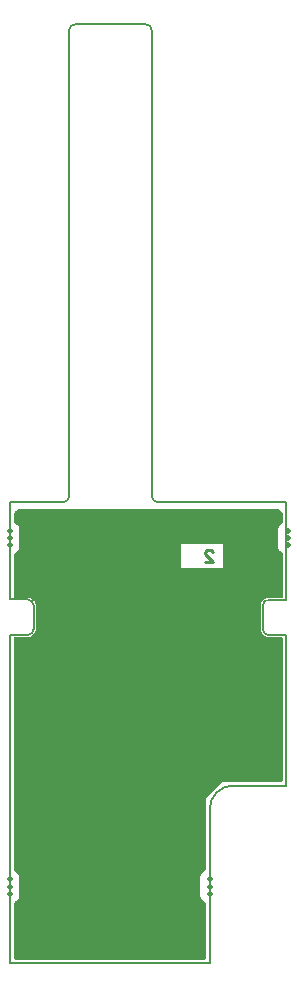
<source format=gbl>
G04 Layer_Physical_Order=2*
G04 Layer_Color=16711680*
%FSLAX44Y44*%
%MOMM*%
G71*
G01*
G75*
%ADD10C,0.2000*%
%ADD18C,0.2500*%
%ADD19C,0.5000*%
%ADD20C,0.6500*%
G36*
X146000Y381000D02*
Y372805D01*
X143694Y371075D01*
X143510Y370871D01*
X143282Y370718D01*
X143014Y370317D01*
X142692Y369958D01*
X142601Y369699D01*
X142449Y369471D01*
X142355Y368998D01*
X142195Y368544D01*
X142210Y368269D01*
X142156Y368000D01*
Y352000D01*
X142210Y351731D01*
X142195Y351456D01*
X142355Y351002D01*
X142449Y350529D01*
X142601Y350301D01*
X142692Y350042D01*
X143014Y349683D01*
X143282Y349282D01*
X143510Y349129D01*
X143694Y348925D01*
X146000Y347195D01*
Y309627D01*
X133003D01*
X132704Y309504D01*
X132380Y309503D01*
X130538Y308738D01*
X130309Y308510D01*
X130010Y308385D01*
X128602Y306972D01*
X128479Y306673D01*
X128251Y306444D01*
X127492Y304599D01*
X127492Y304276D01*
X127369Y303976D01*
X127373Y302979D01*
Y283021D01*
X127371Y282526D01*
X127420Y282407D01*
X127427Y282335D01*
X127402Y282208D01*
X127478Y281820D01*
X127479Y281802D01*
X127482Y281796D01*
X127592Y281237D01*
X127685Y281098D01*
X127684Y280931D01*
X128062Y280016D01*
X128180Y279898D01*
X128212Y279734D01*
X128339Y279543D01*
X128342Y279537D01*
X128346Y279533D01*
X128692Y279014D01*
X128694Y279011D01*
X128696Y279008D01*
X128761Y278911D01*
X128859Y278845D01*
X128910Y278795D01*
X128964Y278664D01*
X129314Y278314D01*
X129314Y278314D01*
X129664Y277964D01*
X129795Y277910D01*
X129845Y277859D01*
X129911Y277761D01*
X130008Y277696D01*
X130073Y277631D01*
X130159Y277595D01*
X130533Y277346D01*
X130600Y277279D01*
X130688Y277243D01*
X130734Y277212D01*
X130788Y277201D01*
X130939Y277139D01*
X131016Y277062D01*
X131931Y276684D01*
X132035Y276684D01*
X132202Y276616D01*
X132237Y276592D01*
X132277Y276584D01*
X132402Y276532D01*
X132541D01*
X132710Y276499D01*
X132865Y276417D01*
X133840Y276321D01*
X133924Y276346D01*
X134006Y276313D01*
X145100Y276360D01*
X146000Y275464D01*
X146000Y155500D01*
X144000Y153500D01*
X94500D01*
X81000Y140000D01*
Y78555D01*
X77694Y76075D01*
X77510Y75871D01*
X77282Y75718D01*
X77014Y75317D01*
X76693Y74958D01*
X76601Y74699D01*
X76449Y74471D01*
X76355Y73998D01*
X76195Y73544D01*
X76210Y73269D01*
X76156Y73000D01*
Y57000D01*
X76210Y56731D01*
X76195Y56456D01*
X76355Y56002D01*
X76449Y55529D01*
X76601Y55301D01*
X76693Y55042D01*
X77014Y54683D01*
X77282Y54282D01*
X77510Y54129D01*
X77694Y53925D01*
X81000Y51445D01*
Y4500D01*
X79500Y3000D01*
X-80500D01*
X-82000Y4500D01*
Y51445D01*
X-78694Y53925D01*
X-78510Y54129D01*
X-78282Y54282D01*
X-78014Y54683D01*
X-77692Y55042D01*
X-77601Y55301D01*
X-77449Y55529D01*
X-77355Y56002D01*
X-77195Y56456D01*
X-77210Y56731D01*
X-77156Y57000D01*
Y73000D01*
X-77210Y73269D01*
X-77195Y73544D01*
X-77355Y73998D01*
X-77449Y74471D01*
X-77601Y74699D01*
X-77692Y74958D01*
X-78014Y75317D01*
X-78282Y75718D01*
X-78510Y75871D01*
X-78694Y76075D01*
X-82000Y78555D01*
X-82000Y276373D01*
X-69005D01*
X-68706Y276496D01*
X-68383D01*
X-66544Y277258D01*
X-66316Y277486D01*
X-66017Y277610D01*
X-64610Y279018D01*
X-64486Y279316D01*
X-64258Y279544D01*
X-63496Y281383D01*
Y281706D01*
X-63373Y282005D01*
Y303995D01*
X-63496Y304294D01*
Y304617D01*
X-64258Y306456D01*
X-64486Y306684D01*
X-64610Y306982D01*
X-66017Y308390D01*
X-66316Y308514D01*
X-66544Y308742D01*
X-68383Y309504D01*
X-68706D01*
X-68749Y309521D01*
X-68864Y309583D01*
X-68909Y309588D01*
X-69005Y309627D01*
X-69313D01*
X-69840Y309679D01*
X-69924Y309654D01*
X-70006Y309687D01*
X-81100Y309640D01*
X-82000Y310536D01*
X-82000Y346445D01*
X-78694Y348925D01*
X-78510Y349129D01*
X-78282Y349282D01*
X-78014Y349683D01*
X-77692Y350042D01*
X-77601Y350301D01*
X-77449Y350529D01*
X-77355Y351002D01*
X-77195Y351456D01*
X-77210Y351731D01*
X-77156Y352000D01*
Y368000D01*
X-77210Y368269D01*
X-77195Y368544D01*
X-77355Y368998D01*
X-77449Y369471D01*
X-77601Y369699D01*
X-77692Y369958D01*
X-78014Y370317D01*
X-78282Y370718D01*
X-78510Y370871D01*
X-78694Y371075D01*
X-82000Y373555D01*
Y381000D01*
X-78000Y385000D01*
X142000Y385000D01*
X146000Y381000D01*
D02*
G37*
%LPC*%
G36*
X95000Y355000D02*
X60000D01*
Y335000D01*
X95000D01*
Y355000D01*
D02*
G37*
%LPD*%
D10*
X-64999Y303064D02*
G03*
X-69999Y308064I-5000J0D01*
G01*
Y278064D02*
G03*
X-64999Y283064I0J5000D01*
G01*
X133999Y307936D02*
G03*
X128999Y302936I0J-5000D01*
G01*
Y282936D02*
G03*
X133999Y277936I5000J0D01*
G01*
X35000Y395500D02*
G03*
X40000Y390500I5000J0D01*
G01*
X-30000Y795000D02*
G03*
X-35000Y790000I0J-5000D01*
G01*
X-40000Y390500D02*
G03*
X-35000Y395500I0J5000D01*
G01*
X104000Y150500D02*
G03*
X84000Y130500I0J-20000D01*
G01*
X35000Y790000D02*
G03*
X30000Y795000I-5000J0D01*
G01*
X-85000Y308000D02*
Y390500D01*
X-84999Y278064D02*
X-69999D01*
X-84999Y308064D02*
X-69999D01*
X-64999Y283064D02*
Y303064D01*
X128999Y282936D02*
Y302936D01*
X133999Y277936D02*
X148999D01*
X133999Y307936D02*
X148999D01*
X149000Y308000D02*
Y390500D01*
X84000Y0D02*
Y130500D01*
X84000Y-0D02*
X84000Y0D01*
X-85000Y-0D02*
X84000D01*
X-85000Y390500D02*
X-40000D01*
X-85000Y-0D02*
Y278000D01*
X104000Y150500D02*
X149000D01*
Y278000D01*
X40000Y390500D02*
X149000D01*
X35000Y395500D02*
Y790000D01*
X-30000Y795000D02*
X30000D01*
X-35000Y395500D02*
Y790000D01*
D18*
X80336Y340000D02*
X87000D01*
X80336Y346665D01*
Y348331D01*
X82002Y349997D01*
X85334D01*
X87000Y348331D01*
D19*
X84000Y65000D02*
D03*
Y59000D02*
D03*
Y71000D02*
D03*
X-85000Y65000D02*
D03*
Y71000D02*
D03*
Y59000D02*
D03*
X150000Y360000D02*
D03*
Y354000D02*
D03*
Y366000D02*
D03*
X-85000Y360000D02*
D03*
Y366000D02*
D03*
Y354000D02*
D03*
D20*
X48000Y359000D02*
D03*
X109000Y354000D02*
D03*
X-61000Y348000D02*
D03*
X61000Y379500D02*
D03*
X115000Y235000D02*
D03*
Y180000D02*
D03*
X77500Y126500D02*
D03*
Y6500D02*
D03*
X-78500Y50000D02*
D03*
X-26000Y6500D02*
D03*
X77500Y88000D02*
D03*
X-78500Y100000D02*
D03*
Y150000D02*
D03*
Y200000D02*
D03*
Y250000D02*
D03*
X-77000Y315000D02*
D03*
X-1Y296499D02*
D03*
Y195499D02*
D03*
X0Y150000D02*
D03*
X-50500Y31000D02*
D03*
X142500Y212000D02*
D03*
X141500Y380000D02*
D03*
X25000Y380500D02*
D03*
X92499Y380000D02*
D03*
X142500Y260000D02*
D03*
Y314000D02*
D03*
X-78000Y380000D02*
D03*
X-78500Y7000D02*
D03*
X52000D02*
D03*
X99000Y157000D02*
D03*
X142500D02*
D03*
X-35000Y381000D02*
D03*
X-50999Y6500D02*
D03*
X77000Y50000D02*
D03*
X-46000Y322000D02*
D03*
X-21000Y332500D02*
D03*
X0Y338500D02*
D03*
X20500Y332000D02*
D03*
X21000Y34000D02*
D03*
X3500Y34500D02*
D03*
X-30000Y75000D02*
D03*
X0Y100000D02*
D03*
X-30000Y125000D02*
D03*
Y185000D02*
D03*
X-25000Y242000D02*
D03*
X0D02*
D03*
X25000D02*
D03*
X65000Y215000D02*
D03*
Y280000D02*
D03*
X85000Y300000D02*
D03*
X115000Y335000D02*
D03*
Y280000D02*
D03*
M02*

</source>
